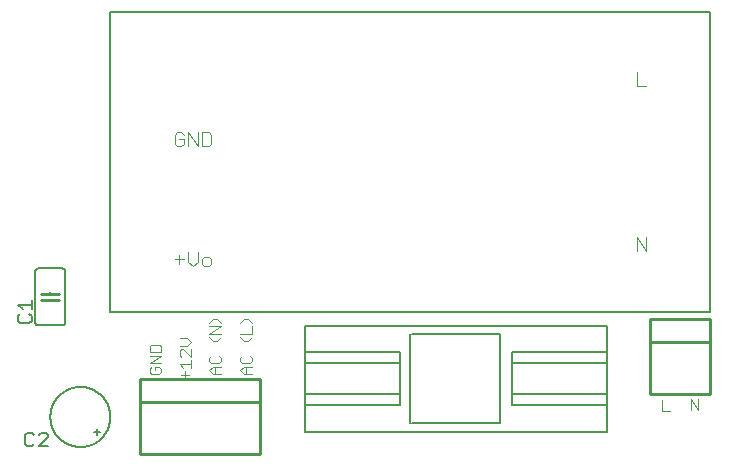
<source format=gto>
G75*
%MOIN*%
%OFA0B0*%
%FSLAX25Y25*%
%IPPOS*%
%LPD*%
%AMOC8*
5,1,8,0,0,1.08239X$1,22.5*
%
%ADD10C,0.00300*%
%ADD11C,0.00600*%
%ADD12C,0.01000*%
%ADD13C,0.00500*%
%ADD14C,0.00400*%
D10*
X0049088Y0035870D02*
X0049705Y0035252D01*
X0052174Y0035252D01*
X0052791Y0035870D01*
X0052791Y0037104D01*
X0052174Y0037721D01*
X0050939Y0037721D01*
X0050939Y0036487D01*
X0049705Y0037721D02*
X0049088Y0037104D01*
X0049088Y0035870D01*
X0049088Y0038936D02*
X0052791Y0041404D01*
X0049088Y0041404D01*
X0049088Y0042619D02*
X0049088Y0044470D01*
X0049705Y0045087D01*
X0052174Y0045087D01*
X0052791Y0044470D01*
X0052791Y0042619D01*
X0049088Y0042619D01*
X0049088Y0038936D02*
X0052791Y0038936D01*
X0059056Y0038631D02*
X0062759Y0038631D01*
X0062759Y0039865D02*
X0062759Y0037396D01*
X0060908Y0036182D02*
X0060908Y0033713D01*
X0059673Y0034947D02*
X0062142Y0034947D01*
X0060291Y0037396D02*
X0059056Y0038631D01*
X0059673Y0041079D02*
X0059056Y0041696D01*
X0059056Y0042931D01*
X0059673Y0043548D01*
X0060291Y0043548D01*
X0062759Y0041079D01*
X0062759Y0043548D01*
X0061525Y0044762D02*
X0062759Y0045997D01*
X0061525Y0047231D01*
X0059056Y0047231D01*
X0059056Y0044762D02*
X0061525Y0044762D01*
X0069029Y0047536D02*
X0070263Y0046302D01*
X0071498Y0046302D01*
X0072732Y0047536D01*
X0072732Y0048757D02*
X0069029Y0048757D01*
X0072732Y0051226D01*
X0069029Y0051226D01*
X0069029Y0052440D02*
X0070263Y0053675D01*
X0071498Y0053675D01*
X0072732Y0052440D01*
X0079359Y0052440D02*
X0080594Y0053675D01*
X0081828Y0053675D01*
X0083063Y0052440D01*
X0083063Y0051226D02*
X0083063Y0048757D01*
X0079359Y0048757D01*
X0079359Y0047536D02*
X0080594Y0046302D01*
X0081828Y0046302D01*
X0083063Y0047536D01*
X0082445Y0041404D02*
X0083063Y0040787D01*
X0083063Y0039553D01*
X0082445Y0038936D01*
X0079977Y0038936D01*
X0079359Y0039553D01*
X0079359Y0040787D01*
X0079977Y0041404D01*
X0080594Y0037721D02*
X0083063Y0037721D01*
X0081211Y0037721D02*
X0081211Y0035252D01*
X0080594Y0035252D02*
X0079359Y0036487D01*
X0080594Y0037721D01*
X0080594Y0035252D02*
X0083063Y0035252D01*
X0072732Y0035252D02*
X0070263Y0035252D01*
X0069029Y0036487D01*
X0070263Y0037721D01*
X0072732Y0037721D01*
X0072115Y0038936D02*
X0072732Y0039553D01*
X0072732Y0040787D01*
X0072115Y0041404D01*
X0072115Y0038936D02*
X0069646Y0038936D01*
X0069029Y0039553D01*
X0069029Y0040787D01*
X0069646Y0041404D01*
X0070880Y0037721D02*
X0070880Y0035252D01*
X0219981Y0026782D02*
X0219981Y0023079D01*
X0222449Y0023079D01*
X0229378Y0023307D02*
X0229378Y0027011D01*
X0231847Y0023307D01*
X0231847Y0027011D01*
D11*
X0032500Y0016000D02*
X0031500Y0016000D01*
X0031500Y0015000D01*
X0031500Y0016000D02*
X0030500Y0016000D01*
X0031500Y0016000D02*
X0031500Y0017000D01*
X0016000Y0021000D02*
X0016003Y0021245D01*
X0016012Y0021491D01*
X0016027Y0021736D01*
X0016048Y0021980D01*
X0016075Y0022224D01*
X0016108Y0022467D01*
X0016147Y0022710D01*
X0016192Y0022951D01*
X0016243Y0023191D01*
X0016300Y0023430D01*
X0016362Y0023667D01*
X0016431Y0023903D01*
X0016505Y0024137D01*
X0016585Y0024369D01*
X0016670Y0024599D01*
X0016761Y0024827D01*
X0016858Y0025052D01*
X0016960Y0025276D01*
X0017068Y0025496D01*
X0017181Y0025714D01*
X0017299Y0025929D01*
X0017423Y0026141D01*
X0017551Y0026350D01*
X0017685Y0026556D01*
X0017824Y0026758D01*
X0017968Y0026957D01*
X0018117Y0027152D01*
X0018270Y0027344D01*
X0018428Y0027532D01*
X0018590Y0027716D01*
X0018758Y0027895D01*
X0018929Y0028071D01*
X0019105Y0028242D01*
X0019284Y0028410D01*
X0019468Y0028572D01*
X0019656Y0028730D01*
X0019848Y0028883D01*
X0020043Y0029032D01*
X0020242Y0029176D01*
X0020444Y0029315D01*
X0020650Y0029449D01*
X0020859Y0029577D01*
X0021071Y0029701D01*
X0021286Y0029819D01*
X0021504Y0029932D01*
X0021724Y0030040D01*
X0021948Y0030142D01*
X0022173Y0030239D01*
X0022401Y0030330D01*
X0022631Y0030415D01*
X0022863Y0030495D01*
X0023097Y0030569D01*
X0023333Y0030638D01*
X0023570Y0030700D01*
X0023809Y0030757D01*
X0024049Y0030808D01*
X0024290Y0030853D01*
X0024533Y0030892D01*
X0024776Y0030925D01*
X0025020Y0030952D01*
X0025264Y0030973D01*
X0025509Y0030988D01*
X0025755Y0030997D01*
X0026000Y0031000D01*
X0026245Y0030997D01*
X0026491Y0030988D01*
X0026736Y0030973D01*
X0026980Y0030952D01*
X0027224Y0030925D01*
X0027467Y0030892D01*
X0027710Y0030853D01*
X0027951Y0030808D01*
X0028191Y0030757D01*
X0028430Y0030700D01*
X0028667Y0030638D01*
X0028903Y0030569D01*
X0029137Y0030495D01*
X0029369Y0030415D01*
X0029599Y0030330D01*
X0029827Y0030239D01*
X0030052Y0030142D01*
X0030276Y0030040D01*
X0030496Y0029932D01*
X0030714Y0029819D01*
X0030929Y0029701D01*
X0031141Y0029577D01*
X0031350Y0029449D01*
X0031556Y0029315D01*
X0031758Y0029176D01*
X0031957Y0029032D01*
X0032152Y0028883D01*
X0032344Y0028730D01*
X0032532Y0028572D01*
X0032716Y0028410D01*
X0032895Y0028242D01*
X0033071Y0028071D01*
X0033242Y0027895D01*
X0033410Y0027716D01*
X0033572Y0027532D01*
X0033730Y0027344D01*
X0033883Y0027152D01*
X0034032Y0026957D01*
X0034176Y0026758D01*
X0034315Y0026556D01*
X0034449Y0026350D01*
X0034577Y0026141D01*
X0034701Y0025929D01*
X0034819Y0025714D01*
X0034932Y0025496D01*
X0035040Y0025276D01*
X0035142Y0025052D01*
X0035239Y0024827D01*
X0035330Y0024599D01*
X0035415Y0024369D01*
X0035495Y0024137D01*
X0035569Y0023903D01*
X0035638Y0023667D01*
X0035700Y0023430D01*
X0035757Y0023191D01*
X0035808Y0022951D01*
X0035853Y0022710D01*
X0035892Y0022467D01*
X0035925Y0022224D01*
X0035952Y0021980D01*
X0035973Y0021736D01*
X0035988Y0021491D01*
X0035997Y0021245D01*
X0036000Y0021000D01*
X0035997Y0020755D01*
X0035988Y0020509D01*
X0035973Y0020264D01*
X0035952Y0020020D01*
X0035925Y0019776D01*
X0035892Y0019533D01*
X0035853Y0019290D01*
X0035808Y0019049D01*
X0035757Y0018809D01*
X0035700Y0018570D01*
X0035638Y0018333D01*
X0035569Y0018097D01*
X0035495Y0017863D01*
X0035415Y0017631D01*
X0035330Y0017401D01*
X0035239Y0017173D01*
X0035142Y0016948D01*
X0035040Y0016724D01*
X0034932Y0016504D01*
X0034819Y0016286D01*
X0034701Y0016071D01*
X0034577Y0015859D01*
X0034449Y0015650D01*
X0034315Y0015444D01*
X0034176Y0015242D01*
X0034032Y0015043D01*
X0033883Y0014848D01*
X0033730Y0014656D01*
X0033572Y0014468D01*
X0033410Y0014284D01*
X0033242Y0014105D01*
X0033071Y0013929D01*
X0032895Y0013758D01*
X0032716Y0013590D01*
X0032532Y0013428D01*
X0032344Y0013270D01*
X0032152Y0013117D01*
X0031957Y0012968D01*
X0031758Y0012824D01*
X0031556Y0012685D01*
X0031350Y0012551D01*
X0031141Y0012423D01*
X0030929Y0012299D01*
X0030714Y0012181D01*
X0030496Y0012068D01*
X0030276Y0011960D01*
X0030052Y0011858D01*
X0029827Y0011761D01*
X0029599Y0011670D01*
X0029369Y0011585D01*
X0029137Y0011505D01*
X0028903Y0011431D01*
X0028667Y0011362D01*
X0028430Y0011300D01*
X0028191Y0011243D01*
X0027951Y0011192D01*
X0027710Y0011147D01*
X0027467Y0011108D01*
X0027224Y0011075D01*
X0026980Y0011048D01*
X0026736Y0011027D01*
X0026491Y0011012D01*
X0026245Y0011003D01*
X0026000Y0011000D01*
X0025755Y0011003D01*
X0025509Y0011012D01*
X0025264Y0011027D01*
X0025020Y0011048D01*
X0024776Y0011075D01*
X0024533Y0011108D01*
X0024290Y0011147D01*
X0024049Y0011192D01*
X0023809Y0011243D01*
X0023570Y0011300D01*
X0023333Y0011362D01*
X0023097Y0011431D01*
X0022863Y0011505D01*
X0022631Y0011585D01*
X0022401Y0011670D01*
X0022173Y0011761D01*
X0021948Y0011858D01*
X0021724Y0011960D01*
X0021504Y0012068D01*
X0021286Y0012181D01*
X0021071Y0012299D01*
X0020859Y0012423D01*
X0020650Y0012551D01*
X0020444Y0012685D01*
X0020242Y0012824D01*
X0020043Y0012968D01*
X0019848Y0013117D01*
X0019656Y0013270D01*
X0019468Y0013428D01*
X0019284Y0013590D01*
X0019105Y0013758D01*
X0018929Y0013929D01*
X0018758Y0014105D01*
X0018590Y0014284D01*
X0018428Y0014468D01*
X0018270Y0014656D01*
X0018117Y0014848D01*
X0017968Y0015043D01*
X0017824Y0015242D01*
X0017685Y0015444D01*
X0017551Y0015650D01*
X0017423Y0015859D01*
X0017299Y0016071D01*
X0017181Y0016286D01*
X0017068Y0016504D01*
X0016960Y0016724D01*
X0016858Y0016948D01*
X0016761Y0017173D01*
X0016670Y0017401D01*
X0016585Y0017631D01*
X0016505Y0017863D01*
X0016431Y0018097D01*
X0016362Y0018333D01*
X0016300Y0018570D01*
X0016243Y0018809D01*
X0016192Y0019049D01*
X0016147Y0019290D01*
X0016108Y0019533D01*
X0016075Y0019776D01*
X0016048Y0020020D01*
X0016027Y0020264D01*
X0016012Y0020509D01*
X0016003Y0020755D01*
X0016000Y0021000D01*
X0012000Y0051500D02*
X0020000Y0051500D01*
X0020060Y0051502D01*
X0020121Y0051507D01*
X0020180Y0051516D01*
X0020239Y0051529D01*
X0020298Y0051545D01*
X0020355Y0051565D01*
X0020410Y0051588D01*
X0020465Y0051615D01*
X0020517Y0051644D01*
X0020568Y0051677D01*
X0020617Y0051713D01*
X0020663Y0051751D01*
X0020707Y0051793D01*
X0020749Y0051837D01*
X0020787Y0051883D01*
X0020823Y0051932D01*
X0020856Y0051983D01*
X0020885Y0052035D01*
X0020912Y0052090D01*
X0020935Y0052145D01*
X0020955Y0052202D01*
X0020971Y0052261D01*
X0020984Y0052320D01*
X0020993Y0052379D01*
X0020998Y0052440D01*
X0021000Y0052500D01*
X0021000Y0069500D01*
X0020998Y0069560D01*
X0020993Y0069621D01*
X0020984Y0069680D01*
X0020971Y0069739D01*
X0020955Y0069798D01*
X0020935Y0069855D01*
X0020912Y0069910D01*
X0020885Y0069965D01*
X0020856Y0070017D01*
X0020823Y0070068D01*
X0020787Y0070117D01*
X0020749Y0070163D01*
X0020707Y0070207D01*
X0020663Y0070249D01*
X0020617Y0070287D01*
X0020568Y0070323D01*
X0020517Y0070356D01*
X0020465Y0070385D01*
X0020410Y0070412D01*
X0020355Y0070435D01*
X0020298Y0070455D01*
X0020239Y0070471D01*
X0020180Y0070484D01*
X0020121Y0070493D01*
X0020060Y0070498D01*
X0020000Y0070500D01*
X0012000Y0070500D01*
X0011940Y0070498D01*
X0011879Y0070493D01*
X0011820Y0070484D01*
X0011761Y0070471D01*
X0011702Y0070455D01*
X0011645Y0070435D01*
X0011590Y0070412D01*
X0011535Y0070385D01*
X0011483Y0070356D01*
X0011432Y0070323D01*
X0011383Y0070287D01*
X0011337Y0070249D01*
X0011293Y0070207D01*
X0011251Y0070163D01*
X0011213Y0070117D01*
X0011177Y0070068D01*
X0011144Y0070017D01*
X0011115Y0069965D01*
X0011088Y0069910D01*
X0011065Y0069855D01*
X0011045Y0069798D01*
X0011029Y0069739D01*
X0011016Y0069680D01*
X0011007Y0069621D01*
X0011002Y0069560D01*
X0011000Y0069500D01*
X0011000Y0052500D01*
X0011002Y0052440D01*
X0011007Y0052379D01*
X0011016Y0052320D01*
X0011029Y0052261D01*
X0011045Y0052202D01*
X0011065Y0052145D01*
X0011088Y0052090D01*
X0011115Y0052035D01*
X0011144Y0051983D01*
X0011177Y0051932D01*
X0011213Y0051883D01*
X0011251Y0051837D01*
X0011293Y0051793D01*
X0011337Y0051751D01*
X0011383Y0051713D01*
X0011432Y0051677D01*
X0011483Y0051644D01*
X0011535Y0051615D01*
X0011590Y0051588D01*
X0011645Y0051565D01*
X0011702Y0051545D01*
X0011761Y0051529D01*
X0011820Y0051516D01*
X0011879Y0051507D01*
X0011940Y0051502D01*
X0012000Y0051500D01*
X0016000Y0059500D02*
X0016000Y0060000D01*
X0016000Y0062000D02*
X0016000Y0062500D01*
D12*
X0016000Y0062000D02*
X0019000Y0062000D01*
X0019000Y0060000D02*
X0016000Y0060000D01*
X0013000Y0060000D01*
X0013000Y0062000D02*
X0016000Y0062000D01*
X0046000Y0033500D02*
X0046000Y0026000D01*
X0086000Y0026000D01*
X0086000Y0008500D01*
X0046000Y0008500D01*
X0046000Y0026000D01*
X0046000Y0033500D02*
X0086000Y0033500D01*
X0086000Y0026000D01*
X0216000Y0028500D02*
X0216000Y0046000D01*
X0236000Y0046000D01*
X0236000Y0028500D01*
X0216000Y0028500D01*
X0216000Y0046000D02*
X0216000Y0053500D01*
X0236000Y0053500D01*
X0236000Y0046000D01*
D13*
X0009794Y0011250D02*
X0008293Y0011250D01*
X0007542Y0012001D01*
X0007542Y0015003D01*
X0008293Y0015754D01*
X0009794Y0015754D01*
X0010545Y0015003D01*
X0012146Y0015003D02*
X0012897Y0015754D01*
X0014398Y0015754D01*
X0015149Y0015003D01*
X0015149Y0014253D01*
X0012146Y0011250D01*
X0015149Y0011250D01*
X0010545Y0012001D02*
X0009794Y0011250D01*
X0008999Y0052250D02*
X0005997Y0052250D01*
X0005246Y0053001D01*
X0005246Y0054502D01*
X0005997Y0055253D01*
X0006747Y0056854D02*
X0005246Y0058355D01*
X0009750Y0058355D01*
X0009750Y0056854D02*
X0009750Y0059856D01*
X0008999Y0055253D02*
X0009750Y0054502D01*
X0009750Y0053001D01*
X0008999Y0052250D01*
X0036000Y0056000D02*
X0036000Y0156000D01*
X0236000Y0156000D01*
X0236000Y0056000D01*
X0036000Y0056000D01*
X0101000Y0051433D02*
X0101000Y0042575D01*
X0132496Y0042575D01*
X0132496Y0038835D01*
X0101000Y0038835D01*
X0101000Y0028598D01*
X0132496Y0028598D01*
X0132496Y0024858D01*
X0101000Y0024858D01*
X0101000Y0016000D01*
X0201394Y0016000D01*
X0201394Y0024858D01*
X0169898Y0024858D01*
X0169898Y0028598D01*
X0201394Y0028598D01*
X0201394Y0038835D01*
X0169898Y0038835D01*
X0169898Y0042575D01*
X0201394Y0042575D01*
X0201394Y0051433D01*
X0101000Y0051433D01*
X0101000Y0042575D02*
X0101000Y0038835D01*
X0101000Y0028598D02*
X0101000Y0024858D01*
X0132496Y0028598D02*
X0132496Y0038835D01*
X0136000Y0048480D02*
X0136000Y0018953D01*
X0136433Y0018953D02*
X0165961Y0018953D01*
X0166000Y0018953D02*
X0166000Y0048480D01*
X0165961Y0048480D02*
X0136433Y0048480D01*
X0169898Y0038835D02*
X0169898Y0028598D01*
X0201394Y0028598D02*
X0201394Y0024858D01*
X0201394Y0038835D02*
X0201394Y0042575D01*
D14*
X0211596Y0076200D02*
X0211596Y0080804D01*
X0214665Y0076200D01*
X0214665Y0080804D01*
X0214665Y0131200D02*
X0211596Y0131200D01*
X0211596Y0135804D01*
X0069665Y0115037D02*
X0069665Y0111967D01*
X0068898Y0111200D01*
X0066596Y0111200D01*
X0066596Y0115804D01*
X0068898Y0115804D01*
X0069665Y0115037D01*
X0065061Y0115804D02*
X0065061Y0111200D01*
X0061992Y0115804D01*
X0061992Y0111200D01*
X0060457Y0111967D02*
X0060457Y0113502D01*
X0058923Y0113502D01*
X0060457Y0115037D02*
X0059690Y0115804D01*
X0058156Y0115804D01*
X0057388Y0115037D01*
X0057388Y0111967D01*
X0058156Y0111200D01*
X0059690Y0111200D01*
X0060457Y0111967D01*
X0061992Y0075804D02*
X0061992Y0072735D01*
X0063527Y0071200D01*
X0065061Y0072735D01*
X0065061Y0075804D01*
X0067363Y0074269D02*
X0066596Y0073502D01*
X0066596Y0071967D01*
X0067363Y0071200D01*
X0068898Y0071200D01*
X0069665Y0071967D01*
X0069665Y0073502D01*
X0068898Y0074269D01*
X0067363Y0074269D01*
X0060457Y0073502D02*
X0057388Y0073502D01*
X0058923Y0075037D02*
X0058923Y0071967D01*
M02*

</source>
